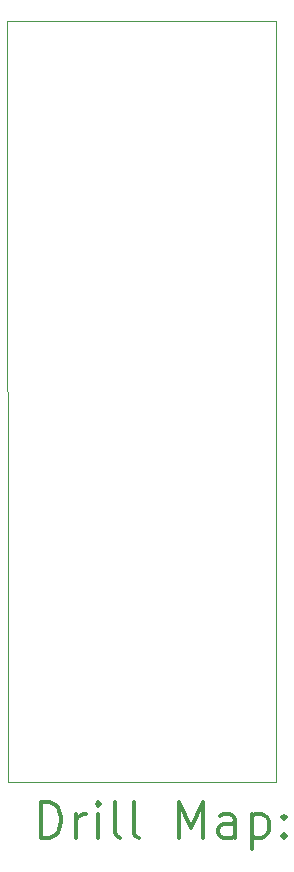
<source format=gbr>
%FSLAX45Y45*%
G04 Gerber Fmt 4.5, Leading zero omitted, Abs format (unit mm)*
G04 Created by KiCad (PCBNEW (5.1.9)-1) date 2021-07-31 16:05:13*
%MOMM*%
%LPD*%
G01*
G04 APERTURE LIST*
%TA.AperFunction,Profile*%
%ADD10C,0.050000*%
%TD*%
%ADD11C,0.200000*%
%ADD12C,0.300000*%
G04 APERTURE END LIST*
D10*
X13875512Y-10427208D02*
X13880592Y-10427208D01*
X13875512Y-10211308D02*
X13875512Y-10427208D01*
X13871448Y-3978148D02*
X13875512Y-10211308D01*
X16150336Y-3978656D02*
X13871448Y-3978148D01*
X16148304Y-10426700D02*
X16150336Y-3978656D01*
X13880592Y-10427208D02*
X16148304Y-10426700D01*
D11*
D12*
X14155376Y-10895422D02*
X14155376Y-10595422D01*
X14226805Y-10595422D01*
X14269662Y-10609708D01*
X14298234Y-10638280D01*
X14312519Y-10666851D01*
X14326805Y-10723994D01*
X14326805Y-10766851D01*
X14312519Y-10823994D01*
X14298234Y-10852565D01*
X14269662Y-10881137D01*
X14226805Y-10895422D01*
X14155376Y-10895422D01*
X14455376Y-10895422D02*
X14455376Y-10695422D01*
X14455376Y-10752565D02*
X14469662Y-10723994D01*
X14483948Y-10709708D01*
X14512519Y-10695422D01*
X14541091Y-10695422D01*
X14641091Y-10895422D02*
X14641091Y-10695422D01*
X14641091Y-10595422D02*
X14626805Y-10609708D01*
X14641091Y-10623994D01*
X14655376Y-10609708D01*
X14641091Y-10595422D01*
X14641091Y-10623994D01*
X14826805Y-10895422D02*
X14798234Y-10881137D01*
X14783948Y-10852565D01*
X14783948Y-10595422D01*
X14983948Y-10895422D02*
X14955376Y-10881137D01*
X14941091Y-10852565D01*
X14941091Y-10595422D01*
X15326805Y-10895422D02*
X15326805Y-10595422D01*
X15426805Y-10809708D01*
X15526805Y-10595422D01*
X15526805Y-10895422D01*
X15798234Y-10895422D02*
X15798234Y-10738280D01*
X15783948Y-10709708D01*
X15755376Y-10695422D01*
X15698234Y-10695422D01*
X15669662Y-10709708D01*
X15798234Y-10881137D02*
X15769662Y-10895422D01*
X15698234Y-10895422D01*
X15669662Y-10881137D01*
X15655376Y-10852565D01*
X15655376Y-10823994D01*
X15669662Y-10795422D01*
X15698234Y-10781137D01*
X15769662Y-10781137D01*
X15798234Y-10766851D01*
X15941091Y-10695422D02*
X15941091Y-10995422D01*
X15941091Y-10709708D02*
X15969662Y-10695422D01*
X16026805Y-10695422D01*
X16055376Y-10709708D01*
X16069662Y-10723994D01*
X16083948Y-10752565D01*
X16083948Y-10838280D01*
X16069662Y-10866851D01*
X16055376Y-10881137D01*
X16026805Y-10895422D01*
X15969662Y-10895422D01*
X15941091Y-10881137D01*
X16212519Y-10866851D02*
X16226805Y-10881137D01*
X16212519Y-10895422D01*
X16198234Y-10881137D01*
X16212519Y-10866851D01*
X16212519Y-10895422D01*
X16212519Y-10709708D02*
X16226805Y-10723994D01*
X16212519Y-10738280D01*
X16198234Y-10723994D01*
X16212519Y-10709708D01*
X16212519Y-10738280D01*
M02*

</source>
